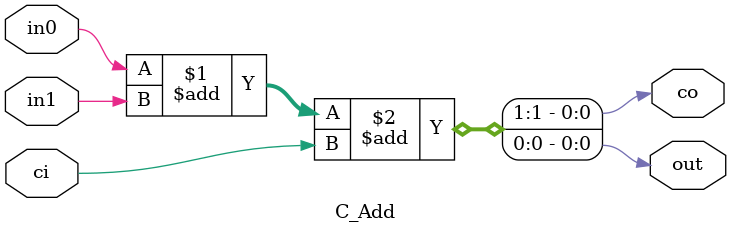
<source format=v>
module C_Add (in0, in1, ci, out, co);

	parameter BITS = 1;
	input [BITS-1:0] in0;
	input [BITS-1:0] in1;
	input ci;
	output [BITS-1:0] out;
	output co;

	assign {co, out} = in0 + in1 + ci;

endmodule

</source>
